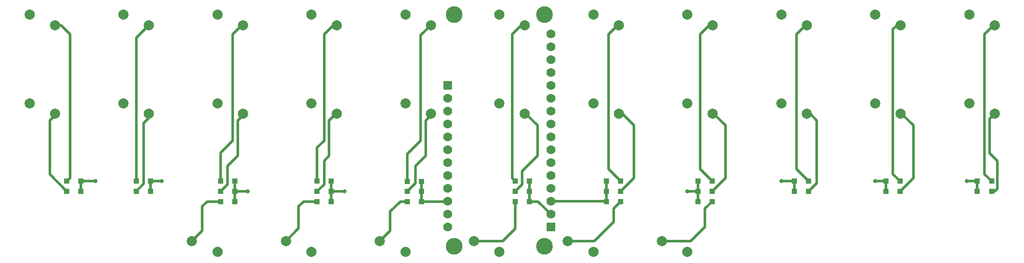
<source format=gbr>
G04 #@! TF.GenerationSoftware,KiCad,Pcbnew,5.1.5-52549c5~84~ubuntu19.04.1*
G04 #@! TF.CreationDate,2020-02-26T12:25:17-06:00*
G04 #@! TF.ProjectId,fissure,66697373-7572-4652-9e6b-696361645f70,rev?*
G04 #@! TF.SameCoordinates,Original*
G04 #@! TF.FileFunction,Copper,L2,Bot*
G04 #@! TF.FilePolarity,Positive*
%FSLAX46Y46*%
G04 Gerber Fmt 4.6, Leading zero omitted, Abs format (unit mm)*
G04 Created by KiCad (PCBNEW 5.1.5-52549c5~84~ubuntu19.04.1) date 2020-02-26 12:25:17*
%MOMM*%
%LPD*%
G04 APERTURE LIST*
%ADD10R,1.100000X1.100000*%
%ADD11C,1.778000*%
%ADD12R,1.778000X1.778000*%
%ADD13C,3.302000*%
%ADD14C,2.000000*%
%ADD15C,0.800000*%
%ADD16C,0.508000*%
G04 APERTURE END LIST*
D10*
X165147000Y-115299000D03*
X167947000Y-115299000D03*
X165147000Y-111299000D03*
X167947000Y-111299000D03*
X165147000Y-113299000D03*
X167947000Y-113299000D03*
D11*
X133887000Y-120349000D03*
X133887000Y-117809000D03*
X133887000Y-115269000D03*
X133887000Y-112729000D03*
X133887000Y-110189000D03*
X133887000Y-107649000D03*
X133887000Y-105109000D03*
X133887000Y-102569000D03*
X133887000Y-100029000D03*
X133887000Y-97489000D03*
D12*
X133887000Y-92409000D03*
D11*
X133887000Y-94949000D03*
D12*
X154207000Y-120349000D03*
D11*
X154207000Y-117809000D03*
X154207000Y-115269000D03*
X154207000Y-112729000D03*
X154207000Y-110189000D03*
X154207000Y-107649000D03*
X154207000Y-105109000D03*
X154207000Y-102569000D03*
X154207000Y-100029000D03*
X154207000Y-97489000D03*
X154207000Y-94949000D03*
X154207000Y-92409000D03*
X154207000Y-89869000D03*
X154207000Y-87329000D03*
X154207000Y-84789000D03*
X154207000Y-82249000D03*
D13*
X135157000Y-124159000D03*
X152937000Y-124159000D03*
X152937000Y-78439000D03*
X135157000Y-78439000D03*
D10*
X183147000Y-115299000D03*
X185947000Y-115299000D03*
X149947000Y-115299000D03*
X147147000Y-115299000D03*
X128747000Y-115299000D03*
X125947000Y-115299000D03*
X110947000Y-115299000D03*
X108147000Y-115299000D03*
X91947000Y-115299000D03*
X89147000Y-115299000D03*
X220147000Y-113299000D03*
X222947000Y-113299000D03*
X202147000Y-113299000D03*
X204947000Y-113299000D03*
X183147000Y-113299000D03*
X185947000Y-113299000D03*
X149947000Y-113299000D03*
X147147000Y-113299000D03*
X238147000Y-113299000D03*
X240947000Y-113299000D03*
X128747000Y-113299000D03*
X125947000Y-113299000D03*
X110947000Y-113299000D03*
X108147000Y-113299000D03*
X91947000Y-113299000D03*
X89147000Y-113299000D03*
X75347000Y-113299000D03*
X72547000Y-113299000D03*
X61697000Y-113299000D03*
X58897000Y-113299000D03*
X220147000Y-111299000D03*
X222947000Y-111299000D03*
X202147000Y-111299000D03*
X204947000Y-111299000D03*
X183147000Y-111299000D03*
X185947000Y-111299000D03*
X149947000Y-111299000D03*
X147147000Y-111299000D03*
X238147000Y-111299000D03*
X240947000Y-111299000D03*
X128747000Y-111349000D03*
X125947000Y-111349000D03*
X110947000Y-111299000D03*
X108147000Y-111299000D03*
X91947000Y-111299000D03*
X89147000Y-111299000D03*
X75347000Y-111299000D03*
X72547000Y-111299000D03*
X61697000Y-111299000D03*
X58897000Y-111299000D03*
D14*
X112047000Y-80499000D03*
X107047000Y-78399000D03*
X130547000Y-97999000D03*
X125547000Y-95899000D03*
X241547000Y-97999000D03*
X236547000Y-95899000D03*
X241547000Y-80499000D03*
X236547000Y-78399000D03*
X176047000Y-123099000D03*
X181047000Y-125199000D03*
X157547000Y-123099000D03*
X162547000Y-125199000D03*
X139047000Y-123099000D03*
X144047000Y-125199000D03*
X120547000Y-123099000D03*
X125547000Y-125199000D03*
X102047000Y-123099000D03*
X107047000Y-125199000D03*
X83547000Y-123099000D03*
X88547000Y-125199000D03*
X223047000Y-97999000D03*
X218047000Y-95899000D03*
X204547000Y-97999000D03*
X199547000Y-95899000D03*
X186047000Y-97999000D03*
X181047000Y-95899000D03*
X167547000Y-97999000D03*
X162547000Y-95899000D03*
X149047000Y-97999000D03*
X144047000Y-95899000D03*
X112047000Y-97999000D03*
X107047000Y-95899000D03*
X93547000Y-97999000D03*
X88547000Y-95899000D03*
X75047000Y-97999000D03*
X70047000Y-95899000D03*
X56547000Y-97999000D03*
X51547000Y-95899000D03*
X223047000Y-80499000D03*
X218047000Y-78399000D03*
X204547000Y-80499000D03*
X199547000Y-78399000D03*
X186047000Y-80499000D03*
X181047000Y-78399000D03*
X167547000Y-80499000D03*
X162547000Y-78399000D03*
X149047000Y-80499000D03*
X144047000Y-78399000D03*
X130547000Y-80499000D03*
X125547000Y-78399000D03*
X93547000Y-80499000D03*
X88547000Y-78399000D03*
X75047000Y-80499000D03*
X70047000Y-78399000D03*
X56547000Y-80499000D03*
X51547000Y-78399000D03*
D15*
X64547000Y-111299000D03*
X77547000Y-111299000D03*
X94547000Y-113299000D03*
X113547000Y-113299000D03*
X181047000Y-113299000D03*
X199547000Y-111299000D03*
X218047000Y-111299000D03*
X236047000Y-111299000D03*
D16*
X56547000Y-80499000D02*
X57747000Y-80499000D01*
X57747000Y-80499000D02*
X59547000Y-82299000D01*
X59547000Y-110649000D02*
X58897000Y-111299000D01*
X59547000Y-82299000D02*
X59547000Y-110649000D01*
X72547000Y-82999000D02*
X75047000Y-80499000D01*
X72547000Y-111299000D02*
X72547000Y-82999000D01*
X93547000Y-80499000D02*
X93347000Y-80499000D01*
X93347000Y-80499000D02*
X91547000Y-82299000D01*
X91547000Y-82299000D02*
X91547000Y-103299000D01*
X89147000Y-105699000D02*
X89147000Y-111299000D01*
X91547000Y-103299000D02*
X89147000Y-105699000D01*
X112047000Y-80499000D02*
X111347000Y-80499000D01*
X111347000Y-80499000D02*
X109547000Y-82299000D01*
X109547000Y-82299000D02*
X109547000Y-103299000D01*
X108147000Y-104699000D02*
X108147000Y-111299000D01*
X109547000Y-103299000D02*
X108147000Y-104699000D01*
X125947000Y-111349000D02*
X125947000Y-105899000D01*
X125947000Y-105899000D02*
X128547000Y-103299000D01*
X128547000Y-82499000D02*
X130547000Y-80499000D01*
X128547000Y-103299000D02*
X128547000Y-82499000D01*
X149047000Y-80499000D02*
X148347000Y-80499000D01*
X148347000Y-80499000D02*
X146547000Y-82299000D01*
X146547000Y-110699000D02*
X147147000Y-111299000D01*
X146547000Y-82299000D02*
X146547000Y-110699000D01*
X167547000Y-80499000D02*
X167347000Y-80499000D01*
X167347000Y-80499000D02*
X165547000Y-82299000D01*
X165547000Y-108899000D02*
X167947000Y-111299000D01*
X165547000Y-82299000D02*
X165547000Y-108899000D01*
X186047000Y-80499000D02*
X185347000Y-80499000D01*
X185347000Y-80499000D02*
X183547000Y-82299000D01*
X183547000Y-108899000D02*
X185947000Y-111299000D01*
X183547000Y-82299000D02*
X183547000Y-108899000D01*
X204547000Y-80499000D02*
X204347000Y-80499000D01*
X204347000Y-80499000D02*
X202547000Y-82299000D01*
X202547000Y-108899000D02*
X204947000Y-111299000D01*
X202547000Y-82299000D02*
X202547000Y-108899000D01*
X223047000Y-80499000D02*
X222347000Y-80499000D01*
X222347000Y-80499000D02*
X221547000Y-81299000D01*
X221547000Y-109899000D02*
X222947000Y-111299000D01*
X221547000Y-81299000D02*
X221547000Y-109899000D01*
X241547000Y-80499000D02*
X241347000Y-80499000D01*
X241347000Y-80499000D02*
X239547000Y-82299000D01*
X239547000Y-109899000D02*
X240947000Y-111299000D01*
X239547000Y-82299000D02*
X239547000Y-109899000D01*
X56547000Y-97999000D02*
X56547000Y-98299000D01*
X56547000Y-98299000D02*
X55547000Y-99299000D01*
X55547000Y-109949000D02*
X58897000Y-113299000D01*
X55547000Y-99299000D02*
X55547000Y-109949000D01*
X75047000Y-97999000D02*
X75047000Y-98799000D01*
X75047000Y-98799000D02*
X74047000Y-99799000D01*
X74047000Y-111799000D02*
X72547000Y-113299000D01*
X74047000Y-99799000D02*
X74047000Y-111799000D01*
X93547000Y-97999000D02*
X93547000Y-98299000D01*
X93547000Y-98299000D02*
X92547000Y-99299000D01*
X92547000Y-99299000D02*
X92547000Y-106299000D01*
X92547000Y-106299000D02*
X90547000Y-108299000D01*
X90547000Y-111899000D02*
X89147000Y-113299000D01*
X90547000Y-108299000D02*
X90547000Y-111899000D01*
X112047000Y-97999000D02*
X111847000Y-97999000D01*
X111847000Y-97999000D02*
X110547000Y-99299000D01*
X110547000Y-99299000D02*
X110547000Y-106299000D01*
X110547000Y-106299000D02*
X109547000Y-107299000D01*
X109547000Y-111899000D02*
X108147000Y-113299000D01*
X109547000Y-107299000D02*
X109547000Y-111899000D01*
X130547000Y-97999000D02*
X130547000Y-98299000D01*
X130547000Y-98299000D02*
X129547000Y-99299000D01*
X129547000Y-99299000D02*
X129547000Y-106299000D01*
X129547000Y-106299000D02*
X127547000Y-108299000D01*
X127547000Y-111699000D02*
X125947000Y-113299000D01*
X127547000Y-108299000D02*
X127547000Y-111699000D01*
X149047000Y-97999000D02*
X149247000Y-97999000D01*
X149247000Y-97999000D02*
X151547000Y-100299000D01*
X151547000Y-100299000D02*
X151547000Y-106299000D01*
X151547000Y-106299000D02*
X148547000Y-109299000D01*
X148547000Y-111899000D02*
X147147000Y-113299000D01*
X148547000Y-109299000D02*
X148547000Y-111899000D01*
X167547000Y-97999000D02*
X168247000Y-97999000D01*
X168247000Y-97999000D02*
X170547000Y-100299000D01*
X170547000Y-110699000D02*
X167947000Y-113299000D01*
X170547000Y-100299000D02*
X170547000Y-110699000D01*
X61697000Y-113299000D02*
X61697000Y-111299000D01*
X64547000Y-111299000D02*
X61697000Y-111299000D01*
X75347000Y-113299000D02*
X75347000Y-111299000D01*
X77547000Y-111299000D02*
X75347000Y-111299000D01*
X91947000Y-115299000D02*
X91947000Y-111299000D01*
X94547000Y-113299000D02*
X91947000Y-113299000D01*
X110947000Y-115299000D02*
X110947000Y-111299000D01*
X113547000Y-113299000D02*
X110947000Y-113299000D01*
X128747000Y-115299000D02*
X128747000Y-111349000D01*
X133857000Y-115299000D02*
X133887000Y-115269000D01*
X128747000Y-115299000D02*
X133857000Y-115299000D01*
X204547000Y-97999000D02*
X205247000Y-97999000D01*
X205247000Y-97999000D02*
X206547000Y-99299000D01*
X206547000Y-111699000D02*
X204947000Y-113299000D01*
X206547000Y-99299000D02*
X206547000Y-111699000D01*
X223047000Y-97999000D02*
X223247000Y-97999000D01*
X223247000Y-97999000D02*
X225547000Y-100299000D01*
X225547000Y-110699000D02*
X222947000Y-113299000D01*
X225547000Y-100299000D02*
X225547000Y-110699000D01*
X149947000Y-115299000D02*
X149947000Y-111299000D01*
X151697000Y-115299000D02*
X154207000Y-117809000D01*
X149947000Y-115299000D02*
X151697000Y-115299000D01*
X165147000Y-115299000D02*
X165147000Y-111299000D01*
X165117000Y-115269000D02*
X165147000Y-115299000D01*
X154207000Y-115269000D02*
X165117000Y-115269000D01*
X183147000Y-115299000D02*
X183147000Y-111299000D01*
X181047000Y-113299000D02*
X183147000Y-113299000D01*
X202147000Y-113299000D02*
X202147000Y-111299000D01*
X199547000Y-111299000D02*
X202147000Y-111299000D01*
X220147000Y-113299000D02*
X220147000Y-111299000D01*
X218047000Y-111299000D02*
X220147000Y-111299000D01*
X186047000Y-97999000D02*
X186247000Y-97999000D01*
X186247000Y-97999000D02*
X188547000Y-100299000D01*
X188547000Y-110699000D02*
X185947000Y-113299000D01*
X188547000Y-100299000D02*
X188547000Y-110699000D01*
X240947000Y-113299000D02*
X241547000Y-113299000D01*
X241547000Y-113299000D02*
X242047000Y-112799000D01*
X242047000Y-112799000D02*
X242047000Y-107299000D01*
X242047000Y-107299000D02*
X240547000Y-105799000D01*
X240547000Y-98999000D02*
X241547000Y-97999000D01*
X240547000Y-105799000D02*
X240547000Y-98999000D01*
X89147000Y-115299000D02*
X86547000Y-115299000D01*
X86547000Y-115299000D02*
X85547000Y-116299000D01*
X85547000Y-121099000D02*
X83547000Y-123099000D01*
X85547000Y-116299000D02*
X85547000Y-121099000D01*
X108147000Y-115299000D02*
X105547000Y-115299000D01*
X105547000Y-115299000D02*
X104547000Y-116299000D01*
X104547000Y-120599000D02*
X102047000Y-123099000D01*
X104547000Y-116299000D02*
X104547000Y-120599000D01*
X125947000Y-115299000D02*
X124547000Y-115299000D01*
X124547000Y-115299000D02*
X122547000Y-117299000D01*
X122547000Y-121099000D02*
X120547000Y-123099000D01*
X122547000Y-117299000D02*
X122547000Y-121099000D01*
X139047000Y-123099000D02*
X144747000Y-123099000D01*
X147147000Y-120699000D02*
X147147000Y-115299000D01*
X144747000Y-123099000D02*
X147147000Y-120699000D01*
X157547000Y-123099000D02*
X162747000Y-123099000D01*
X162747000Y-123099000D02*
X166547000Y-119299000D01*
X166547000Y-116699000D02*
X167947000Y-115299000D01*
X166547000Y-119299000D02*
X166547000Y-116699000D01*
X176047000Y-123099000D02*
X181747000Y-123099000D01*
X181747000Y-123099000D02*
X184547000Y-120299000D01*
X184547000Y-116699000D02*
X185947000Y-115299000D01*
X184547000Y-120299000D02*
X184547000Y-116699000D01*
X238147000Y-113299000D02*
X238147000Y-111299000D01*
X236047000Y-111299000D02*
X238147000Y-111299000D01*
M02*

</source>
